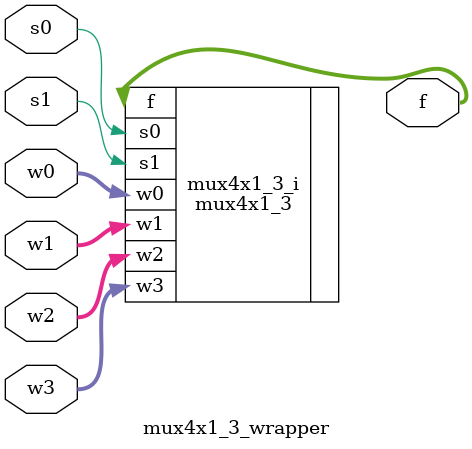
<source format=v>
`timescale 1 ps / 1 ps

module mux4x1_3_wrapper
   (f,
    s0,
    s1,
    w0,
    w1,
    w2,
    w3);
  output [2:0]f;
  input s0;
  input s1;
  input [2:0]w0;
  input [2:0]w1;
  input [2:0]w2;
  input [2:0]w3;

  wire [2:0]f;
  wire s0;
  wire s1;
  wire [2:0]w0;
  wire [2:0]w1;
  wire [2:0]w2;
  wire [2:0]w3;

  mux4x1_3 mux4x1_3_i
       (.f(f),
        .s0(s0),
        .s1(s1),
        .w0(w0),
        .w1(w1),
        .w2(w2),
        .w3(w3));
endmodule

</source>
